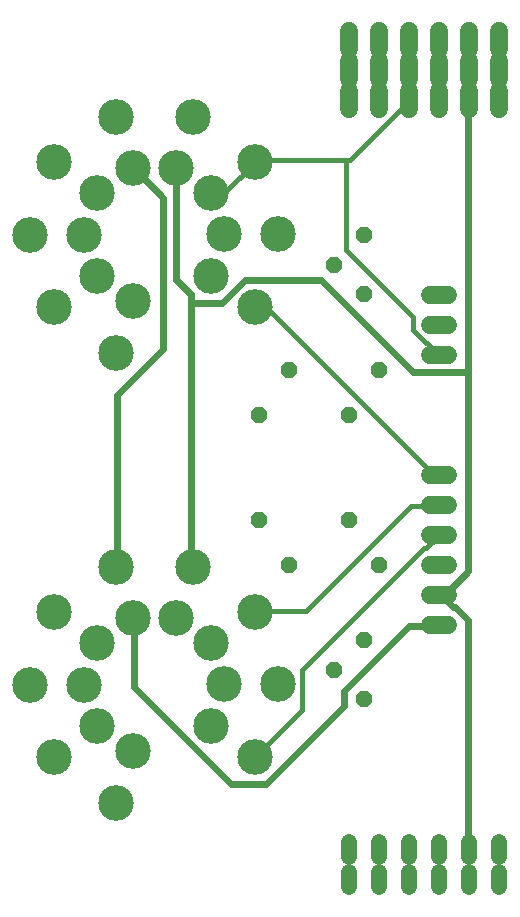
<source format=gbl>
G75*
%MOIN*%
%OFA0B0*%
%FSLAX24Y24*%
%IPPOS*%
%LPD*%
%AMOC8*
5,1,8,0,0,1.08239X$1,22.5*
%
%ADD10C,0.1185*%
%ADD11OC8,0.0520*%
%ADD12C,0.0520*%
%ADD13C,0.0600*%
%ADD14C,0.0160*%
%ADD15C,0.0240*%
D10*
X002254Y004982D03*
X003706Y006038D03*
X003261Y007407D03*
X003707Y008785D03*
X004877Y009635D03*
X004323Y011342D03*
X002256Y009840D03*
X001466Y007407D03*
X004323Y003478D03*
X004877Y005185D03*
X006323Y009635D03*
X006877Y011342D03*
X007494Y008782D03*
X007939Y007413D03*
X007493Y006035D03*
X008944Y004980D03*
X009734Y007413D03*
X008946Y009838D03*
X004323Y018478D03*
X004877Y020185D03*
X003706Y021038D03*
X003261Y022407D03*
X003707Y023785D03*
X004877Y024635D03*
X004323Y026342D03*
X002256Y024840D03*
X001466Y022407D03*
X002254Y019982D03*
X006323Y024635D03*
X006877Y026342D03*
X007494Y023782D03*
X007939Y022413D03*
X007493Y021035D03*
X008944Y019980D03*
X009734Y022413D03*
X008946Y024838D03*
D11*
X011600Y021410D03*
X012600Y020420D03*
X012600Y022400D03*
X013100Y017910D03*
X012100Y016410D03*
X010100Y017910D03*
X009100Y016410D03*
X009100Y012910D03*
X010100Y011410D03*
X012100Y012910D03*
X013100Y011410D03*
X012600Y008900D03*
X011600Y007910D03*
X012600Y006920D03*
D12*
X012100Y002170D02*
X012100Y001650D01*
X012100Y001170D02*
X012100Y000650D01*
X013100Y000650D02*
X013100Y001170D01*
X013100Y001650D02*
X013100Y002170D01*
X014100Y002170D02*
X014100Y001650D01*
X014100Y001170D02*
X014100Y000650D01*
X015100Y000650D02*
X015100Y001170D01*
X015100Y001650D02*
X015100Y002170D01*
X016100Y002170D02*
X016100Y001650D01*
X016100Y001170D02*
X016100Y000650D01*
X017100Y000650D02*
X017100Y001170D01*
X017100Y001650D02*
X017100Y002170D01*
D13*
X015400Y009410D02*
X014800Y009410D01*
X014800Y010410D02*
X015400Y010410D01*
X015400Y011410D02*
X014800Y011410D01*
X014800Y012410D02*
X015400Y012410D01*
X015400Y013410D02*
X014800Y013410D01*
X014800Y014410D02*
X015400Y014410D01*
X015400Y018410D02*
X014800Y018410D01*
X014800Y019410D02*
X015400Y019410D01*
X015400Y020410D02*
X014800Y020410D01*
X015100Y026610D02*
X015100Y027210D01*
X015100Y027610D02*
X015100Y028210D01*
X015100Y028610D02*
X015100Y029210D01*
X014100Y029210D02*
X014100Y028610D01*
X014100Y028210D02*
X014100Y027610D01*
X014100Y027210D02*
X014100Y026610D01*
X013100Y026610D02*
X013100Y027210D01*
X013100Y027610D02*
X013100Y028210D01*
X013100Y028610D02*
X013100Y029210D01*
X012100Y029210D02*
X012100Y028610D01*
X012100Y028210D02*
X012100Y027610D01*
X012100Y027210D02*
X012100Y026610D01*
X016100Y026610D02*
X016100Y027210D01*
X016100Y027610D02*
X016100Y028210D01*
X016100Y028610D02*
X016100Y029210D01*
X017100Y029210D02*
X017100Y028610D01*
X017100Y028210D02*
X017100Y027610D01*
X017100Y027210D02*
X017100Y026610D01*
D14*
X014100Y026860D02*
X014100Y026910D01*
X014100Y026860D02*
X012140Y024900D01*
X012000Y024900D01*
X012000Y021890D01*
X014240Y019650D01*
X014240Y019230D01*
X015080Y018390D01*
X015100Y018410D01*
X015080Y014470D02*
X014870Y014470D01*
X009410Y019930D01*
X008990Y019930D01*
X008944Y019980D01*
X008010Y023850D02*
X007520Y023850D01*
X007494Y023782D01*
X008010Y023850D02*
X008920Y024760D01*
X008946Y024838D01*
X008990Y024900D01*
X012000Y024900D01*
X015080Y014470D02*
X015100Y014410D01*
X015100Y013410D02*
X015080Y013350D01*
X014170Y013350D01*
X010670Y009850D01*
X008990Y009850D01*
X008946Y009838D01*
X010530Y007890D02*
X010530Y006560D01*
X008990Y005020D01*
X008944Y004980D01*
X010530Y007890D02*
X014590Y011950D01*
X014660Y011950D01*
X015080Y012370D01*
X015100Y012410D01*
D15*
X016060Y011180D02*
X015290Y010410D01*
X015100Y010410D01*
X015150Y010410D01*
X015570Y009990D01*
X015640Y009990D01*
X016060Y009570D01*
X016060Y001940D01*
X016100Y001910D01*
X011930Y006700D02*
X011930Y007190D01*
X014100Y009360D01*
X015080Y009360D01*
X015100Y009410D01*
X016060Y011180D02*
X016060Y017830D01*
X014240Y017830D01*
X011160Y020910D01*
X008640Y020910D01*
X007870Y020140D01*
X006820Y020140D01*
X006820Y011390D01*
X006877Y011342D01*
X004877Y009635D02*
X004930Y009570D01*
X004930Y007330D01*
X008150Y004110D01*
X009340Y004110D01*
X011930Y006700D01*
X016060Y017830D02*
X016060Y026860D01*
X016100Y026910D01*
X006820Y020420D02*
X006820Y020140D01*
X006820Y020420D02*
X006330Y020910D01*
X006330Y024620D01*
X006323Y024635D01*
X005910Y023640D02*
X004930Y024620D01*
X004877Y024635D01*
X005910Y023640D02*
X005910Y018600D01*
X004370Y017060D01*
X004370Y011390D01*
X004323Y011342D01*
M02*

</source>
